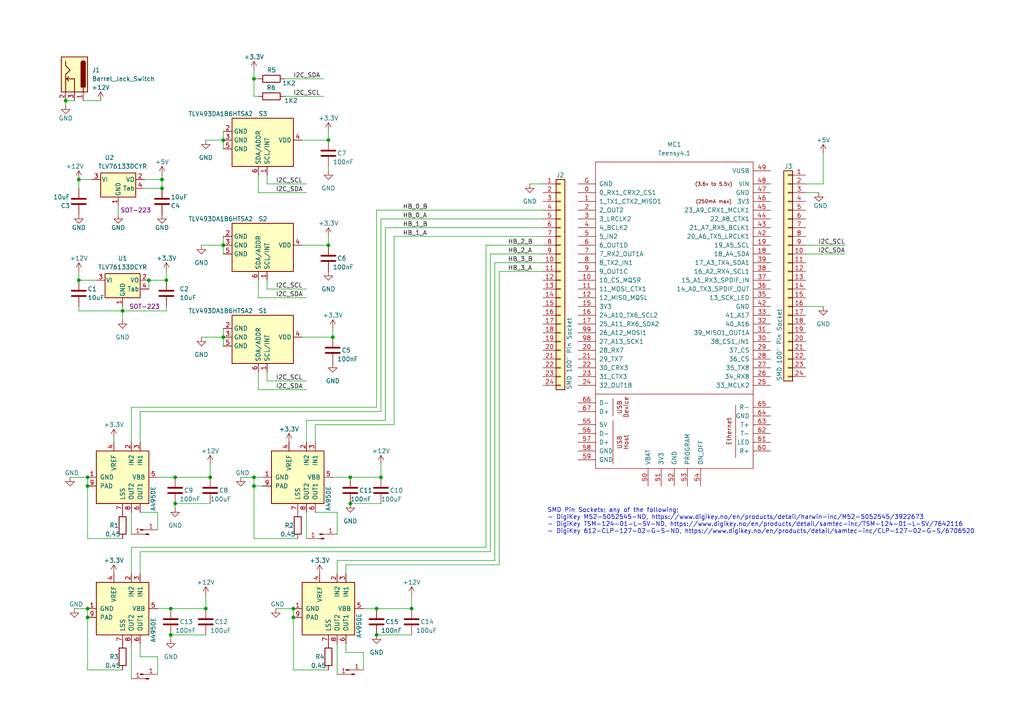
<source format=kicad_sch>
(kicad_sch (version 20230121) (generator eeschema)
  (paper "A4")
  (lib_symbols
    (symbol "Connector:Barrel_Jack_Switch" (pin_names hide)
      (property "Reference" "J" (at 0 5.334 0))
      (property "Value" "Barrel_Jack_Switch" (at 0 -5.08 0))
      (symbol "Barrel_Jack_Switch_0_1"
        (rectangle (start -5.08 3.81) (end 5.08 -3.81) (stroke (width 0.254)) (fill (type background)))
        (arc (start -3.302 3.175) (mid -3.9343 2.54) (end -3.302 1.905) (stroke (width 0.254)))
        (arc (start -3.302 3.175) (mid -3.9343 2.54) (end -3.302 1.905) (stroke (width 0.254)) (fill (type outline)))
        (polyline (pts (xy 1.27 -2.286) (xy 1.905 -1.651)) (stroke (width 0.254)))
        (polyline (pts (xy 5.08 2.54) (xy 3.81 2.54)) (stroke (width 0.254)))
        (polyline (pts (xy 5.08 0) (xy 1.27 0) (xy 1.27 -2.286) (xy 0.635 -1.651)) (stroke (width 0.254)))
        (polyline (pts (xy -3.81 -2.54) (xy -2.54 -2.54) (xy -1.27 -1.27) (xy 0 -2.54) (xy 2.54 -2.54) (xy 5.08 -2.54)) (stroke (width 0.254)))
        (rectangle (start 3.683 3.175) (end -3.302 1.905) (stroke (width 0.254)) (fill (type outline)))
      )
      (symbol "Barrel_Jack_Switch_1_1"
        (pin passive line (at 7.62 2.54 180) (length 2.54) (name "~") (number "1"))
        (pin passive line (at 7.62 -2.54 180) (length 2.54) (name "~") (number "2"))
        (pin passive line (at 7.62 0 180) (length 2.54) (name "~") (number "3"))
      )
    )
    (symbol "Connector:Conn_01x01_Pin" (pin_names (offset 1.016) hide)
      (property "Reference" "J" (at 0 2.54 0))
      (property "Value" "Conn_01x01_Pin" (at 0 -2.54 0))
      (symbol "Conn_01x01_Pin_1_1"
        (polyline (pts (xy 1.27 0) (xy 0.8636 0)) (stroke (width 0.1524)))
        (rectangle (start 0.8636 0.127) (end 0 -0.127) (stroke (width 0.1524)) (fill (type outline)))
        (pin passive line (at 5.08 0 180) (length 3.81) (name "Pin_1") (number "1"))
      )
    )
    (symbol "Connector_Generic:Conn_01x24" (pin_names (offset 1.016) hide)
      (property "Reference" "J" (at 0 30.48 0))
      (property "Value" "Conn_01x24" (at 0 -33.02 0))
      (symbol "Conn_01x24_1_1"
        (rectangle (start -1.27 -30.353) (end 0 -30.607) (stroke (width 0.1524)))
        (rectangle (start -1.27 -27.813) (end 0 -28.067) (stroke (width 0.1524)))
        (rectangle (start -1.27 -25.273) (end 0 -25.527) (stroke (width 0.1524)))
        (rectangle (start -1.27 -22.733) (end 0 -22.987) (stroke (width 0.1524)))
        (rectangle (start -1.27 -20.193) (end 0 -20.447) (stroke (width 0.1524)))
        (rectangle (start -1.27 -17.653) (end 0 -17.907) (stroke (width 0.1524)))
        (rectangle (start -1.27 -15.113) (end 0 -15.367) (stroke (width 0.1524)))
        (rectangle (start -1.27 -12.573) (end 0 -12.827) (stroke (width 0.1524)))
        (rectangle (start -1.27 -10.033) (end 0 -10.287) (stroke (width 0.1524)))
        (rectangle (start -1.27 -7.493) (end 0 -7.747) (stroke (width 0.1524)))
        (rectangle (start -1.27 -4.953) (end 0 -5.207) (stroke (width 0.1524)))
        (rectangle (start -1.27 -2.413) (end 0 -2.667) (stroke (width 0.1524)))
        (rectangle (start -1.27 0.127) (end 0 -0.127) (stroke (width 0.1524)))
        (rectangle (start -1.27 2.667) (end 0 2.413) (stroke (width 0.1524)))
        (rectangle (start -1.27 5.207) (end 0 4.953) (stroke (width 0.1524)))
        (rectangle (start -1.27 7.747) (end 0 7.493) (stroke (width 0.1524)))
        (rectangle (start -1.27 10.287) (end 0 10.033) (stroke (width 0.1524)))
        (rectangle (start -1.27 12.827) (end 0 12.573) (stroke (width 0.1524)))
        (rectangle (start -1.27 15.367) (end 0 15.113) (stroke (width 0.1524)))
        (rectangle (start -1.27 17.907) (end 0 17.653) (stroke (width 0.1524)))
        (rectangle (start -1.27 20.447) (end 0 20.193) (stroke (width 0.1524)))
        (rectangle (start -1.27 22.987) (end 0 22.733) (stroke (width 0.1524)))
        (rectangle (start -1.27 25.527) (end 0 25.273) (stroke (width 0.1524)))
        (rectangle (start -1.27 28.067) (end 0 27.813) (stroke (width 0.1524)))
        (rectangle (start -1.27 29.21) (end 1.27 -31.75) (stroke (width 0.254)) (fill (type background)))
        (pin passive line (at -5.08 27.94 0) (length 3.81) (name "Pin_1") (number "1"))
        (pin passive line (at -5.08 5.08 0) (length 3.81) (name "Pin_10") (number "10"))
        (pin passive line (at -5.08 2.54 0) (length 3.81) (name "Pin_11") (number "11"))
        (pin passive line (at -5.08 0 0) (length 3.81) (name "Pin_12") (number "12"))
        (pin passive line (at -5.08 -2.54 0) (length 3.81) (name "Pin_13") (number "13"))
        (pin passive line (at -5.08 -5.08 0) (length 3.81) (name "Pin_14") (number "14"))
        (pin passive line (at -5.08 -7.62 0) (length 3.81) (name "Pin_15") (number "15"))
        (pin passive line (at -5.08 -10.16 0) (length 3.81) (name "Pin_16") (number "16"))
        (pin passive line (at -5.08 -12.7 0) (length 3.81) (name "Pin_17") (number "17"))
        (pin passive line (at -5.08 -15.24 0) (length 3.81) (name "Pin_18") (number "18"))
        (pin passive line (at -5.08 -17.78 0) (length 3.81) (name "Pin_19") (number "19"))
        (pin passive line (at -5.08 25.4 0) (length 3.81) (name "Pin_2") (number "2"))
        (pin passive line (at -5.08 -20.32 0) (length 3.81) (name "Pin_20") (number "20"))
        (pin passive line (at -5.08 -22.86 0) (length 3.81) (name "Pin_21") (number "21"))
        (pin passive line (at -5.08 -25.4 0) (length 3.81) (name "Pin_22") (number "22"))
        (pin passive line (at -5.08 -27.94 0) (length 3.81) (name "Pin_23") (number "23"))
        (pin passive line (at -5.08 -30.48 0) (length 3.81) (name "Pin_24") (number "24"))
        (pin passive line (at -5.08 22.86 0) (length 3.81) (name "Pin_3") (number "3"))
        (pin passive line (at -5.08 20.32 0) (length 3.81) (name "Pin_4") (number "4"))
        (pin passive line (at -5.08 17.78 0) (length 3.81) (name "Pin_5") (number "5"))
        (pin passive line (at -5.08 15.24 0) (length 3.81) (name "Pin_6") (number "6"))
        (pin passive line (at -5.08 12.7 0) (length 3.81) (name "Pin_7") (number "7"))
        (pin passive line (at -5.08 10.16 0) (length 3.81) (name "Pin_8") (number "8"))
        (pin passive line (at -5.08 7.62 0) (length 3.81) (name "Pin_9") (number "9"))
      )
    )
    (symbol "Device:C" (pin_numbers hide) (pin_names (offset 0.254))
      (property "Reference" "C" (at 0.635 2.54 0))
      (property "Value" "C" (at 0.635 -2.54 0))
      (symbol "C_0_1"
        (polyline (pts (xy -2.032 -0.762) (xy 2.032 -0.762)) (stroke (width 0.508)))
        (polyline (pts (xy -2.032 0.762) (xy 2.032 0.762)) (stroke (width 0.508)))
      )
      (symbol "C_1_1"
        (pin passive line (at 0 3.81 270) (length 2.794) (name "~") (number "1"))
        (pin passive line (at 0 -3.81 90) (length 2.794) (name "~") (number "2"))
      )
    )
    (symbol "Device:R" (pin_numbers hide) (pin_names (offset 0))
      (property "Reference" "R" (at 2.032 0 90))
      (property "Value" "R" (at 0 0 90))
      (symbol "R_0_1"
        (rectangle (start -1.016 -2.54) (end 1.016 2.54) (stroke (width 0.254)))
      )
      (symbol "R_1_1"
        (pin passive line (at 0 3.81 270) (length 1.27) (name "~") (number "1"))
        (pin passive line (at 0 -3.81 90) (length 1.27) (name "~") (number "2"))
      )
    )
    (symbol "Driver_Motor:A4950E" (pin_names (offset 1.016))
      (property "Reference" "U" (at -7.62 8.89 0))
      (property "Value" "A4950E" (at 5.08 8.89 0))
      (symbol "A4950E_0_1"
        (rectangle (start -7.62 7.62) (end 7.62 -7.62) (stroke (width 0.254)) (fill (type background)))
      )
      (symbol "A4950E_1_1"
        (pin power_in line (at 0 -10.16 90) (length 2.54) (name "GND") (number "1"))
        (pin input line (at -10.16 2.54 0) (length 2.54) (name "IN2") (number "2"))
        (pin input line (at -10.16 5.08 0) (length 2.54) (name "IN1") (number "3"))
        (pin passive line (at -10.16 -2.54 0) (length 2.54) (name "VREF") (number "4"))
        (pin power_in line (at 0 10.16 270) (length 2.54) (name "VBB") (number "5"))
        (pin power_out line (at 10.16 5.08 180) (length 2.54) (name "OUT1") (number "6"))
        (pin power_in line (at 10.16 0 180) (length 2.54) (name "LSS") (number "7"))
        (pin power_out line (at 10.16 2.54 180) (length 2.54) (name "OUT2") (number "8"))
        (pin power_in line (at 2.54 -10.16 90) (length 2.54) (name "PAD") (number "9"))
      )
    )
    (symbol "Regulator_Linear1:LM1117-3.3" (pin_names (offset 0.254))
      (property "Reference" "U1" (at 0 6.35 0))
      (property "Value" "TLV76133DCYR" (at 0 3.81 0))
      (symbol "LM1117-3.3_0_1"
        (rectangle (start -5.08 1.905) (end 5.08 -5.08) (stroke (width 0.254)) (fill (type background)))
      )
      (symbol "LM1117-3.3_1_1"
        (pin power_in line (at 0 -7.62 90) (length 2.54) (name "GND") (number "1"))
        (pin power_out line (at 7.62 0 180) (length 2.54) (name "VO") (number "2"))
        (pin power_in line (at -7.62 0 0) (length 2.54) (name "VI") (number "3"))
        (pin power_out line (at 7.62 -2.54 180) (length 2.54) (name "Tab") (number "4"))
      )
    )
    (symbol "Sensor_Magnetic:TLV493D"
      (property "Reference" "U" (at -6.35 11.43 0))
      (property "Value" "TLV493D" (at 5.08 11.43 0))
      (symbol "TLV493D_0_1"
        (rectangle (start -7.62 10.16) (end 6.35 -7.62) (stroke (width 0.254)) (fill (type background)))
      )
      (symbol "TLV493D_1_1"
        (pin bidirectional line (at -10.16 2.54 0) (length 2.54) (name "SCL/INT") (number "1"))
        (pin power_in line (at 2.54 -10.16 90) (length 2.54) (name "GND") (number "2"))
        (pin power_in line (at 0 -10.16 90) (length 2.54) (name "GND") (number "3"))
        (pin power_in line (at 0 12.7 270) (length 2.54) (name "VDD") (number "4"))
        (pin power_in line (at -2.54 -10.16 90) (length 2.54) (name "GND") (number "5"))
        (pin bidirectional line (at -10.16 0 0) (length 2.54) (name "SDA/ADDR") (number "6"))
      )
    )
    (symbol "power:+12V" (power) (pin_names (offset 0))
      (property "Value" "+12V" (at 0 3.556 0))
      (symbol "+12V_0_1"
        (polyline (pts (xy -0.762 1.27) (xy 0 2.54)))
        (polyline (pts (xy 0 0) (xy 0 2.54)))
        (polyline (pts (xy 0 2.54) (xy 0.762 1.27)))
      )
      (symbol "+12V_1_1"
        (pin power_in line (at 0 0 90) (length 0) hide (name "+12V") (number "1"))
      )
    )
    (symbol "power:+3.3V" (power) (pin_names (offset 0))
      (property "Value" "+3.3V" (at 0 3.556 0))
      (symbol "+3.3V_0_1"
        (polyline (pts (xy -0.762 1.27) (xy 0 2.54)))
        (polyline (pts (xy 0 0) (xy 0 2.54)))
        (polyline (pts (xy 0 2.54) (xy 0.762 1.27)))
      )
      (symbol "+3.3V_1_1"
        (pin power_in line (at 0 0 90) (length 0) hide (name "+3.3V") (number "1"))
      )
    )
    (symbol "power:+5V" (power) (pin_names (offset 0))
      (property "Value" "+5V" (at 0 3.556 0))
      (symbol "+5V_0_1"
        (polyline (pts (xy -0.762 1.27) (xy 0 2.54)))
        (polyline (pts (xy 0 0) (xy 0 2.54)))
        (polyline (pts (xy 0 2.54) (xy 0.762 1.27)))
      )
      (symbol "+5V_1_1"
        (pin power_in line (at 0 0 90) (length 0) hide (name "+5V") (number "1"))
      )
    )
    (symbol "power:GND" (power) (pin_names (offset 0))
      (property "Value" "GND" (at 0 -3.81 0))
      (symbol "GND_0_1"
        (polyline (pts (xy 0 0) (xy 0 -1.27) (xy 1.27 -1.27) (xy 0 -2.54) (xy -1.27 -1.27) (xy 0 -1.27)))
      )
      (symbol "GND_1_1"
        (pin power_in line (at 0 0 270) (length 0) hide (name "GND") (number "1"))
      )
    )
    (symbol "teensy:Teensy4.1" (pin_names (offset 1.016))
      (property "Reference" "MC1" (at 0 66.04 0))
      (property "Value" "Teensy4.1" (at 0 63.5 0))
      (symbol "Teensy4.1_0_0"
        (polyline (pts (xy -22.86 -6.35) (xy 22.86 -6.35)))
        (polyline (pts (xy -17.78 -26.67) (xy -17.78 -13.97)))
        (polyline (pts (xy -17.78 -7.62) (xy -17.78 -12.7)))
        (polyline (pts (xy 17.78 -9.525) (xy 17.78 -24.765)))
        (text "(250mA max)" (at 11.43 49.53 0) (effects (font (size 1.016 1.016))))
        (text "(3.6v to 5.5v)" (at 11.43 54.61 0) (effects (font (size 1.016 1.016))))
        (text "Device" (at -13.97 -10.16 900) (effects (font (size 1.27 1.27))))
        (text "Ethernet" (at 15.875 -17.145 900) (effects (font (size 1.27 1.27))))
        (text "Host" (at -13.97 -20.32 900) (effects (font (size 1.27 1.27))))
        (text "USB" (at -15.875 -20.32 900) (effects (font (size 1.27 1.27))))
        (text "USB" (at -15.875 -10.16 900) (effects (font (size 1.27 1.27))))
        (pin power_in line (at -27.94 19.05 0) (length 5.08) (name "3V3") (number "15"))
        (pin bidirectional line (at -27.94 16.51 0) (length 5.08) (name "24_A10_TX6_SCL2") (number "16"))
        (pin bidirectional line (at -27.94 13.97 0) (length 5.08) (name "25_A11_RX6_SDA2") (number "17"))
        (pin bidirectional line (at -27.94 6.35 0) (length 5.08) (name "28_RX7") (number "20"))
        (pin bidirectional line (at -27.94 3.81 0) (length 5.08) (name "29_TX7") (number "21"))
        (pin bidirectional line (at -27.94 1.27 0) (length 5.08) (name "30_CRX3") (number "22"))
        (pin bidirectional line (at -27.94 -1.27 0) (length 5.08) (name "31_CTX3") (number "23"))
        (pin bidirectional line (at -27.94 -3.81 0) (length 5.08) (name "32_OUT1B") (number "24"))
        (pin bidirectional line (at 27.94 -3.81 180) (length 5.08) (name "33_MCLK2") (number "25"))
        (pin bidirectional line (at 27.94 -1.27 180) (length 5.08) (name "34_RX8") (number "26"))
        (pin bidirectional line (at 27.94 1.27 180) (length 5.08) (name "35_TX8") (number "27"))
        (pin bidirectional line (at 27.94 3.81 180) (length 5.08) (name "36_CS") (number "28"))
        (pin bidirectional line (at 27.94 6.35 180) (length 5.08) (name "37_CS") (number "29"))
        (pin bidirectional line (at 27.94 8.89 180) (length 5.08) (name "38_CS1_IN1") (number "30"))
        (pin bidirectional line (at 27.94 11.43 180) (length 5.08) (name "39_MISO1_OUT1A") (number "31"))
        (pin bidirectional line (at 27.94 13.97 180) (length 5.08) (name "40_A16") (number "32"))
        (pin bidirectional line (at 27.94 16.51 180) (length 5.08) (name "41_A17") (number "33"))
        (pin bidirectional line (at 27.94 21.59 180) (length 5.08) (name "13_SCK_LED") (number "35"))
        (pin bidirectional line (at 27.94 24.13 180) (length 5.08) (name "14_A0_TX3_SPDIF_OUT") (number "36"))
        (pin bidirectional line (at 27.94 26.67 180) (length 5.08) (name "15_A1_RX3_SPDIF_IN") (number "37"))
        (pin bidirectional line (at 27.94 29.21 180) (length 5.08) (name "16_A2_RX4_SCL1") (number "38"))
        (pin bidirectional line (at 27.94 31.75 180) (length 5.08) (name "17_A3_TX4_SDA1") (number "39"))
        (pin bidirectional line (at 27.94 39.37 180) (length 5.08) (name "20_A6_TX5_LRCLK1") (number "42"))
        (pin bidirectional line (at 27.94 41.91 180) (length 5.08) (name "21_A7_RX5_BCLK1") (number "43"))
        (pin bidirectional line (at 27.94 44.45 180) (length 5.08) (name "22_A8_CTX1") (number "44"))
        (pin bidirectional line (at 27.94 46.99 180) (length 5.08) (name "23_A9_CRX1_MCLK1") (number "45"))
        (pin output line (at 27.94 49.53 180) (length 5.08) (name "3V3") (number "46"))
        (pin output line (at 27.94 52.07 180) (length 5.08) (name "GND") (number "47"))
        (pin power_in line (at 27.94 54.61 180) (length 5.08) (name "VIN") (number "48"))
        (pin power_out line (at 27.94 58.42 180) (length 5.08) (name "VUSB") (number "49"))
        (pin power_in line (at -7.62 -33.02 90) (length 5.08) (name "VBAT") (number "50"))
        (pin power_in line (at -3.81 -33.02 90) (length 5.08) (name "3V3") (number "51"))
        (pin input line (at 0 -33.02 90) (length 5.08) (name "GND") (number "52"))
        (pin input line (at 3.81 -33.02 90) (length 5.08) (name "PROGRAM") (number "53"))
        (pin input line (at 7.62 -33.02 90) (length 5.08) (name "ON_OFF") (number "54"))
        (pin power_out line (at -27.94 -15.24 0) (length 5.08) (name "5V") (number "55"))
        (pin bidirectional line (at -27.94 -17.78 0) (length 5.08) (name "D-") (number "56"))
        (pin bidirectional line (at -27.94 -20.32 0) (length 5.08) (name "D+") (number "57"))
        (pin power_in line (at -27.94 -22.86 0) (length 5.08) (name "GND") (number "58"))
        (pin power_in line (at -27.94 -25.4 0) (length 5.08) (name "GND") (number "59"))
        (pin bidirectional line (at 27.94 -22.86 180) (length 5.08) (name "R+") (number "60"))
        (pin bidirectional line (at 27.94 -20.32 180) (length 5.08) (name "LED") (number "61"))
        (pin bidirectional line (at 27.94 -17.78 180) (length 5.08) (name "T-") (number "62"))
        (pin bidirectional line (at 27.94 -15.24 180) (length 5.08) (name "T+") (number "63"))
        (pin power_in line (at 27.94 -12.7 180) (length 5.08) (name "GND") (number "64"))
        (pin bidirectional line (at 27.94 -10.16 180) (length 5.08) (name "R-") (number "65"))
        (pin bidirectional line (at -27.94 -8.89 0) (length 5.08) (name "D-") (number "66"))
        (pin bidirectional line (at -27.94 -11.43 0) (length 5.08) (name "D+") (number "67"))
      )
      (symbol "Teensy4.1_0_1"
        (rectangle (start -22.86 60.96) (end 22.86 -27.94))
        (rectangle (start -20.32 -1.27) (end -20.32 -1.27))
      )
      (symbol "Teensy4.1_1_0"
        (pin bidirectional line (at -27.94 26.67 0) (length 5.08) (name "10_CS_MQSR") (number "10"))
        (pin bidirectional line (at -27.94 24.13 0) (length 5.08) (name "11_MOSI_CTX1") (number "11"))
        (pin bidirectional line (at -27.94 21.59 0) (length 5.08) (name "12_MISO_MQSL") (number "12"))
        (pin bidirectional line (at 27.94 34.29 180) (length 5.08) (name "18_A4_SDA") (number "18"))
        (pin bidirectional line (at 27.94 36.83 180) (length 5.08) (name "19_A5_SCL") (number "19"))
        (pin bidirectional line (at -27.94 44.45 0) (length 5.08) (name "3_LRCLK2") (number "3"))
        (pin bidirectional line (at -27.94 41.91 0) (length 5.08) (name "4_BCLK2") (number "4"))
        (pin bidirectional line (at -27.94 39.37 0) (length 5.08) (name "5_IN2") (number "5"))
        (pin bidirectional line (at -27.94 36.83 0) (length 5.08) (name "6_OUT1D") (number "6"))
        (pin bidirectional line (at -27.94 34.29 0) (length 5.08) (name "7_RX2_OUT1A") (number "7"))
        (pin bidirectional line (at -27.94 31.75 0) (length 5.08) (name "8_TX2_IN1") (number "8"))
        (pin bidirectional line (at -27.94 29.21 0) (length 5.08) (name "9_OUT1C") (number "9"))
        (pin bidirectional line (at -27.94 8.89 0) (length 5.08) (name "27_A13_SCK1") (number "98"))
        (pin bidirectional line (at -27.94 11.43 0) (length 5.08) (name "26_A12_MOSI1") (number "99"))
      )
      (symbol "Teensy4.1_1_1"
        (pin bidirectional line (at -27.94 52.07 0) (length 5.08) (name "0_RX1_CRX2_CS1") (number "0"))
        (pin bidirectional line (at -27.94 49.53 0) (length 5.08) (name "1_TX1_CTX2_MISO1") (number "1"))
        (pin bidirectional line (at -27.94 46.99 0) (length 5.08) (name "2_OUT2") (number "2"))
        (pin power_in line (at 27.94 19.05 180) (length 5.08) (name "GND") (number "42"))
        (pin power_in line (at -27.94 54.61 0) (length 5.08) (name "GND") (number "G"))
      )
    )
  )
  (junction (at 96.52 97.79))
  (junction (at 19.05 29.21))
  (junction (at 25.4 176.53))
  (junction (at 46.99 54.61))
  (junction (at 95.25 40.64))
  (junction (at 85.09 176.53))
  (junction (at 85.09 179.07))
  (junction (at 49.53 184.15))
  (junction (at 64.77 97.79))
  (junction (at 101.6 146.05))
  (junction (at 48.26 81.28))
  (junction (at 73.66 22.86))
  (junction (at 60.96 138.43))
  (junction (at 73.66 140.97))
  (junction (at 110.49 138.43))
  (junction (at 64.77 71.12))
  (junction (at 25.4 138.43))
  (junction (at 119.38 176.53))
  (junction (at 25.4 140.97))
  (junction (at 35.56 90.17))
  (junction (at 22.86 81.28))
  (junction (at 50.8 146.05))
  (junction (at 43.18 81.28))
  (junction (at 50.8 138.43))
  (junction (at 109.22 184.15))
  (junction (at 109.22 176.53))
  (junction (at 64.77 40.64))
  (junction (at 73.66 138.43))
  (junction (at 46.99 52.07))
  (junction (at 22.86 52.07))
  (junction (at 59.69 176.53))
  (junction (at 49.53 176.53))
  (junction (at 25.4 179.07))
  (junction (at 95.25 71.12))
  (junction (at 101.6 138.43))
  (wire (pts (xy 40.64 190.5) (xy 45.72 190.5)))
  (wire (pts (xy 100.33 186.69) (xy 100.33 189.23)))
  (wire (pts (xy 88.9 121.92) (xy 88.9 128.27)))
  (wire (pts (xy 95.25 48.26) (xy 95.25 49.53)))
  (wire (pts (xy 22.86 54.61) (xy 22.86 52.07)))
  (wire (pts (xy 22.86 90.17) (xy 35.56 90.17)))
  (wire (pts (xy 233.68 53.34) (xy 238.76 53.34)))
  (wire (pts (xy 238.76 88.9) (xy 233.68 88.9)))
  (wire (pts (xy 25.4 138.43) (xy 25.4 140.97)))
  (wire (pts (xy 33.02 127) (xy 33.02 128.27)))
  (wire (pts (xy 114.3 68.58) (xy 114.3 123.19)))
  (wire (pts (xy 77.47 53.34) (xy 88.9 53.34)))
  (wire (pts (xy 100.33 189.23) (xy 105.41 189.23)))
  (wire (pts (xy 143.51 76.2) (xy 143.51 162.56)))
  (wire (pts (xy 110.49 119.38) (xy 110.49 63.5)))
  (wire (pts (xy 97.79 162.56) (xy 97.79 166.37)))
  (wire (pts (xy 144.78 78.74) (xy 144.78 163.83)))
  (wire (pts (xy 45.72 190.5) (xy 45.72 195.58)))
  (wire (pts (xy 25.4 176.53) (xy 25.4 179.07)))
  (wire (pts (xy 58.42 97.79) (xy 64.77 97.79)))
  (wire (pts (xy 142.24 73.66) (xy 142.24 160.02)))
  (wire (pts (xy 34.29 59.69) (xy 34.29 62.23)))
  (wire (pts (xy 96.52 138.43) (xy 101.6 138.43)))
  (wire (pts (xy 69.85 138.43) (xy 73.66 138.43)))
  (wire (pts (xy 97.79 186.69) (xy 97.79 195.58)))
  (wire (pts (xy 80.01 176.53) (xy 85.09 176.53)))
  (wire (pts (xy 40.64 160.02) (xy 40.64 166.37)))
  (wire (pts (xy 20.32 138.43) (xy 25.4 138.43)))
  (wire (pts (xy 245.11 73.66) (xy 233.68 73.66)))
  (wire (pts (xy 45.72 138.43) (xy 50.8 138.43)))
  (wire (pts (xy 35.56 90.17) (xy 35.56 92.71)))
  (wire (pts (xy 46.99 50.8) (xy 46.99 52.07)))
  (wire (pts (xy 77.47 50.8) (xy 77.47 53.34)))
  (wire (pts (xy 157.48 73.66) (xy 142.24 73.66)))
  (wire (pts (xy 45.72 176.53) (xy 49.53 176.53)))
  (wire (pts (xy 43.18 81.28) (xy 48.26 81.28)))
  (wire (pts (xy 110.49 134.62) (xy 110.49 138.43)))
  (wire (pts (xy 140.97 71.12) (xy 140.97 158.75)))
  (wire (pts (xy 50.8 146.05) (xy 60.96 146.05)))
  (wire (pts (xy 21.59 176.53) (xy 25.4 176.53)))
  (wire (pts (xy 38.1 186.69) (xy 38.1 196.85)))
  (wire (pts (xy 105.41 189.23) (xy 105.41 194.31)))
  (wire (pts (xy 85.09 194.31) (xy 85.09 179.07)))
  (wire (pts (xy 73.66 138.43) (xy 73.66 140.97)))
  (wire (pts (xy 77.47 83.82) (xy 88.9 83.82)))
  (wire (pts (xy 87.63 40.64) (xy 95.25 40.64)))
  (wire (pts (xy 109.22 118.11) (xy 38.1 118.11)))
  (wire (pts (xy 109.22 176.53) (xy 119.38 176.53)))
  (wire (pts (xy 95.25 38.1) (xy 95.25 40.64)))
  (wire (pts (xy 157.48 71.12) (xy 140.97 71.12)))
  (wire (pts (xy 59.69 176.53) (xy 59.69 172.72)))
  (wire (pts (xy 25.4 194.31) (xy 25.4 179.07)))
  (wire (pts (xy 74.93 81.28) (xy 74.93 86.36)))
  (wire (pts (xy 45.72 148.59) (xy 45.72 153.67)))
  (wire (pts (xy 48.26 78.74) (xy 48.26 81.28)))
  (wire (pts (xy 64.77 71.12) (xy 64.77 73.66)))
  (wire (pts (xy 74.93 86.36) (xy 88.9 86.36)))
  (wire (pts (xy 41.91 52.07) (xy 46.99 52.07)))
  (wire (pts (xy 110.49 63.5) (xy 157.48 63.5)))
  (wire (pts (xy 109.22 60.96) (xy 109.22 118.11)))
  (wire (pts (xy 73.66 156.21) (xy 73.66 140.97)))
  (wire (pts (xy 19.05 29.21) (xy 19.05 30.48)))
  (wire (pts (xy 157.48 60.96) (xy 109.22 60.96)))
  (wire (pts (xy 157.48 78.74) (xy 144.78 78.74)))
  (wire (pts (xy 64.77 38.1) (xy 64.77 40.64)))
  (wire (pts (xy 97.79 148.59) (xy 97.79 154.94)))
  (wire (pts (xy 88.9 148.59) (xy 88.9 156.21)))
  (wire (pts (xy 58.42 71.12) (xy 64.77 71.12)))
  (wire (pts (xy 77.47 110.49) (xy 88.9 110.49)))
  (wire (pts (xy 144.78 163.83) (xy 100.33 163.83)))
  (wire (pts (xy 119.38 176.53) (xy 119.38 172.72)))
  (wire (pts (xy 40.64 148.59) (xy 45.72 148.59)))
  (wire (pts (xy 157.48 66.04) (xy 111.76 66.04)))
  (wire (pts (xy 237.49 55.88) (xy 233.68 55.88)))
  (wire (pts (xy 64.77 95.25) (xy 64.77 97.79)))
  (wire (pts (xy 86.36 156.21) (xy 73.66 156.21)))
  (wire (pts (xy 35.56 194.31) (xy 25.4 194.31)))
  (wire (pts (xy 157.48 68.58) (xy 114.3 68.58)))
  (wire (pts (xy 96.52 95.25) (xy 96.52 97.79)))
  (wire (pts (xy 40.64 160.02) (xy 142.24 160.02)))
  (wire (pts (xy 74.93 107.95) (xy 74.93 113.03)))
  (wire (pts (xy 48.26 88.9) (xy 48.26 90.17)))
  (wire (pts (xy 73.66 22.86) (xy 73.66 27.94)))
  (wire (pts (xy 77.47 107.95) (xy 77.47 110.49)))
  (wire (pts (xy 64.77 97.79) (xy 64.77 100.33)))
  (wire (pts (xy 22.86 90.17) (xy 22.86 88.9)))
  (wire (pts (xy 19.05 29.21) (xy 21.59 29.21)))
  (wire (pts (xy 40.64 186.69) (xy 40.64 190.5)))
  (wire (pts (xy 29.21 29.21) (xy 24.13 29.21)))
  (wire (pts (xy 74.93 113.03) (xy 88.9 113.03)))
  (wire (pts (xy 82.55 27.94) (xy 93.98 27.94)))
  (wire (pts (xy 60.96 138.43) (xy 60.96 134.62)))
  (wire (pts (xy 38.1 158.75) (xy 38.1 166.37)))
  (wire (pts (xy 73.66 27.94) (xy 74.93 27.94)))
  (wire (pts (xy 73.66 20.32) (xy 73.66 22.86)))
  (wire (pts (xy 38.1 158.75) (xy 140.97 158.75)))
  (wire (pts (xy 87.63 97.79) (xy 96.52 97.79)))
  (wire (pts (xy 111.76 66.04) (xy 111.76 121.92)))
  (wire (pts (xy 101.6 138.43) (xy 110.49 138.43)))
  (wire (pts (xy 87.63 71.12) (xy 95.25 71.12)))
  (wire (pts (xy 40.64 119.38) (xy 110.49 119.38)))
  (wire (pts (xy 101.6 146.05) (xy 110.49 146.05)))
  (wire (pts (xy 22.86 81.28) (xy 27.94 81.28)))
  (wire (pts (xy 50.8 138.43) (xy 60.96 138.43)))
  (wire (pts (xy 76.2 138.43) (xy 73.66 138.43)))
  (wire (pts (xy 91.44 148.59) (xy 97.79 148.59)))
  (wire (pts (xy 153.67 53.34) (xy 157.48 53.34)))
  (wire (pts (xy 50.8 147.32) (xy 50.8 146.05)))
  (wire (pts (xy 43.18 81.28) (xy 43.18 83.82)))
  (wire (pts (xy 143.51 162.56) (xy 97.79 162.56)))
  (wire (pts (xy 91.44 123.19) (xy 91.44 128.27)))
  (wire (pts (xy 100.33 163.83) (xy 100.33 166.37)))
  (wire (pts (xy 41.91 54.61) (xy 46.99 54.61)))
  (wire (pts (xy 74.93 50.8) (xy 74.93 55.88)))
  (wire (pts (xy 35.56 90.17) (xy 48.26 90.17)))
  (wire (pts (xy 49.53 176.53) (xy 59.69 176.53)))
  (wire (pts (xy 26.67 52.07) (xy 22.86 52.07)))
  (wire (pts (xy 73.66 22.86) (xy 74.93 22.86)))
  (wire (pts (xy 238.76 53.34) (xy 238.76 44.45)))
  (wire (pts (xy 114.3 123.19) (xy 91.44 123.19)))
  (wire (pts (xy 49.53 184.15) (xy 59.69 184.15)))
  (wire (pts (xy 73.66 140.97) (xy 76.2 140.97)))
  (wire (pts (xy 22.86 78.74) (xy 22.86 81.28)))
  (wire (pts (xy 85.09 176.53) (xy 85.09 179.07)))
  (wire (pts (xy 77.47 81.28) (xy 77.47 83.82)))
  (wire (pts (xy 82.55 22.86) (xy 93.98 22.86)))
  (wire (pts (xy 35.56 90.17) (xy 35.56 88.9)))
  (wire (pts (xy 109.22 184.15) (xy 119.38 184.15)))
  (wire (pts (xy 105.41 176.53) (xy 109.22 176.53)))
  (wire (pts (xy 46.99 52.07) (xy 46.99 54.61)))
  (wire (pts (xy 38.1 148.59) (xy 38.1 154.94)))
  (wire (pts (xy 111.76 121.92) (xy 88.9 121.92)))
  (wire (pts (xy 25.4 156.21) (xy 25.4 140.97)))
  (wire (pts (xy 64.77 40.64) (xy 64.77 43.18)))
  (wire (pts (xy 64.77 68.58) (xy 64.77 71.12)))
  (wire (pts (xy 95.25 68.58) (xy 95.25 71.12)))
  (wire (pts (xy 49.53 185.42) (xy 49.53 184.15)))
  (wire (pts (xy 35.56 156.21) (xy 25.4 156.21)))
  (wire (pts (xy 40.64 128.27) (xy 40.64 119.38)))
  (wire (pts (xy 38.1 118.11) (xy 38.1 128.27)))
  (wire (pts (xy 157.48 76.2) (xy 143.51 76.2)))
  (wire (pts (xy 59.69 40.64) (xy 64.77 40.64)))
  (wire (pts (xy 95.25 194.31) (xy 85.09 194.31)))
  (wire (pts (xy 74.93 55.88) (xy 88.9 55.88)))
  (wire (pts (xy 245.11 71.12) (xy 233.68 71.12)))
  (text "SMD Pin Sockets; any of the following;\n- DigiKey M52-5052545-ND, https://www.digikey.no/en/products/detail/harwin-inc/M52-5052545/3922673\n- DigiKey TSM-124-01-L-SV-ND, https://www.digikey.no/en/products/detail/samtec-inc/TSM-124-01-L-SV/7642116\n- DigiKey 612-CLP-127-02-G-S-ND, https://www.digikey.no/en/products/detail/samtec-inc/CLP-127-02-G-S/6706520" (at 158.75 154.94 0) (effects (font (size 1.27 1.27)) (justify left bottom)))
  (label "I2C_SDA" (at 80.01 55.88 0))
  (label "I2C_SDA" (at 80.01 86.36 0))
  (label "HB_1_A" (at 116.84 68.58 0))
  (label "I2C_SCL" (at 80.01 53.34 0))
  (label "I2C_SCL" (at 245.11 71.12 180))
  (label "I2C_SCL" (at 85.09 27.94 0))
  (label "HB_3_A" (at 147.32 78.74 0))
  (label "HB_2_A" (at 147.32 73.66 0))
  (label "I2C_SCL" (at 80.01 83.82 0))
  (label "HB_0_B" (at 116.84 60.96 0))
  (label "I2C_SCL" (at 80.01 110.49 0))
  (label "I2C_SDA" (at 245.11 73.66 180))
  (label "HB_1_B" (at 116.84 66.04 0))
  (label "I2C_SDA" (at 85.09 22.86 0))
  (label "HB_3_B" (at 147.32 76.2 0))
  (label "HB_0_A" (at 116.84 63.5 0))
  (label "HB_2_B" (at 147.32 71.12 0))
  (label "I2C_SDA" (at 80.01 113.03 0))
  (symbol (lib_id "Device:C") (at 110.49 142.24 0) (unit 1)
    (property "Reference" "C10" (at 113.03 142.24 0) (effects (justify left)))
    (property "Value" "100uF" (at 110.49 144.78 0) (effects (justify left)))
    (property "Footprint" "Capacitor_SMD:CP_Elec_6.3x7.7" (effects hide))
  )
  (symbol (lib_id "Connector_Generic:Conn_01x24") (at 228.6 78.74 0) (mirror y) (unit 1)
    (property "Reference" "J3" (at 229.87 48.26 0) (effects (justify left)))
    (property "Value" "SMD 100\" Pin Socket" (at 226.06 110.49 90) (effects (justify left)))
    (property "Footprint" "Connector_PinSocket_2.54mm:PinSocket_1x24_P2.54mm_Vertical_SMD_Pin1Left" (effects hide))
  )
  (symbol (lib_id "Device:C") (at 50.8 142.24 0) (unit 1)
    (property "Reference" "C9" (at 53.34 142.24 0) (effects (justify left)))
    (property "Value" "100nF" (at 52.07 144.78 0) (effects (justify left)))
    (property "Footprint" "Capacitor_SMD:C_0603_1608Metric" (effects hide))
  )
  (symbol (lib_id "power:+12V") (at 119.38 172.72 0) (unit 1)
    (property "Reference" "#PWR011" (effects hide))
    (property "Value" "+12V" (at 119.38 168.91 0))
  )
  (symbol (lib_id "Device:R") (at 78.74 27.94 270) (unit 1)
    (property "Reference" "R6" (at 80.01 25.4 90) (effects (justify right)))
    (property "Value" "1K2" (at 86.36 29.21 90) (effects (justify right)))
    (property "Footprint" "Resistor_SMD:R_0805_2012Metric" (effects hide))
  )
  (symbol (lib_id "power:GND") (at 95.25 78.74 0) (mirror y) (unit 1)
    (property "Reference" "#PWR020" (effects hide))
    (property "Value" "GND" (at 95.25 83.82 0))
  )
  (symbol (lib_id "Connector:Conn_01x01_Pin") (at 43.18 154.94 180) (unit 1)
    (property "Reference" "1_2" (effects hide))
    (property "Value" "solenoid" (effects hide))
    (property "Footprint" "TestPoint:TestPoint_Pad_1.5x1.5mm" (effects hide))
  )
  (symbol (lib_id "power:GND") (at 80.01 176.53 0) (unit 1)
    (property "Reference" "#PWR026" (effects hide))
    (property "Value" "GND" (at 82.55 175.26 0) (effects (justify right)))
  )
  (symbol (lib_id "power:+3.3V") (at 95.25 68.58 0) (unit 1)
    (property "Reference" "#PWR038" (effects hide))
    (property "Value" "+3.3V" (at 95.25 64.77 0))
  )
  (symbol (lib_id "power:GND") (at 50.8 147.32 0) (unit 1)
    (property "Reference" "#PWR07" (effects hide))
    (property "Value" "GND" (at 50.8 152.4 0))
  )
  (symbol (lib_id "power:+3.3V") (at 73.66 20.32 0) (unit 1)
    (property "Reference" "#PWR017" (effects hide))
    (property "Value" "+3.3V" (at 73.66 16.51 0))
  )
  (symbol (lib_id "power:GND") (at 109.22 184.15 0) (unit 1)
    (property "Reference" "#PWR012" (effects hide))
    (property "Value" "GND" (at 109.22 189.23 0))
  )
  (symbol (lib_id "Regulator_Linear1:LM1117-3.3") (at 35.56 81.28 0) (unit 1)
    (property "Reference" "U1" (at 35.56 74.93 0))
    (property "Value" "TLV76133DCYR" (at 35.56 77.47 0))
    (property "Footprint" "Package_TO_SOT_SMD:SOT-223" (effects hide))
    (property "Datasheet" "https://www.ti.com/lit/ds/symlink/tlv761.pdf?ts=1700471517827&ref_url=https%253A%252F%252Fwww.ti.com%252Fproduct%252FTLV761" (effects hide))
    (property "Footprint_Desc" "SOT-223" (at 41.91 88.9 0))
  )
  (symbol (lib_id "Device:C") (at 101.6 142.24 0) (unit 1)
    (property "Reference" "C11" (at 104.14 142.24 0) (effects (justify left)))
    (property "Value" "100nF" (at 101.6 144.78 0) (effects (justify left)))
    (property "Footprint" "Capacitor_SMD:C_0603_1608Metric" (effects hide))
  )
  (symbol (lib_id "Connector_Generic:Conn_01x24") (at 162.56 81.28 0) (unit 1)
    (property "Reference" "J2" (at 161.29 50.8 0) (effects (justify left)))
    (property "Value" "SMD 100\" Pin Socket" (at 165.1 113.03 90) (effects (justify left)))
    (property "Footprint" "Connector_PinSocket_2.54mm:PinSocket_1x24_P2.54mm_Vertical_SMD_Pin1Left" (effects hide))
  )
  (symbol (lib_id "Connector:Conn_01x01_Pin") (at 102.87 195.58 180) (unit 1)
    (property "Reference" "4_2" (effects hide))
    (property "Value" "solenoid" (effects hide))
    (property "Footprint" "TestPoint:TestPoint_Pad_1.5x1.5mm" (effects hide))
  )
  (symbol (lib_id "Connector:Conn_01x01_Pin") (at 92.71 154.94 0) (unit 1)
    (property "Reference" "2_1" (effects hide))
    (property "Value" "solenoid" (effects hide))
    (property "Footprint" "TestPoint:TestPoint_Pad_1.5x1.5mm" (effects hide))
  )
  (symbol (lib_id "power:+5V") (at 238.76 44.45 0) (unit 1)
    (property "Reference" "#PWR034" (effects hide))
    (property "Value" "+5V" (at 238.76 40.64 0))
  )
  (symbol (lib_id "Device:C") (at 22.86 85.09 0) (unit 1)
    (property "Reference" "C1" (at 25.4 83.82 0) (effects (justify left)))
    (property "Value" "10uF" (at 25.4 86.36 0) (effects (justify left)))
    (property "Footprint" "Capacitor_SMD:C_0805_2012Metric" (effects hide))
  )
  (symbol (lib_id "power:GND") (at 153.67 53.34 0) (unit 1)
    (property "Reference" "#PWR027" (effects hide))
    (property "Value" "GND" (at 153.67 58.42 0))
  )
  (symbol (lib_id "Driver_Motor:A4950E") (at 86.36 138.43 270) (unit 1)
    (property "Reference" "M2" (effects hide))
    (property "Value" "A4950E" (at 95.25 140.97 0) (effects (justify left)))
    (property "Footprint" "Package_SO:SOIC-8-1EP_3.9x4.9mm_P1.27mm_EP2.41x3.3mm" (effects hide))
    (property "Datasheet" "http://www.allegromicro.com/~/media/Files/Datasheets/A4950-Datasheet.ashx" (effects hide))
  )
  (symbol (lib_id "power:GND") (at 34.29 62.23 0) (unit 1)
    (property "Reference" "#PWR035" (effects hide))
    (property "Value" "GND" (at 34.29 66.04 0))
  )
  (symbol (lib_id "Device:R") (at 86.36 152.4 0) (unit 1)
    (property "Reference" "R2" (at 82.55 152.4 0) (effects (justify left)))
    (property "Value" "0.45" (at 81.28 154.94 0) (effects (justify left)))
    (property "Footprint" "Resistor_SMD:R_1206_3216Metric_Pad1.30x1.75mm_HandSolder" (effects hide))
  )
  (symbol (lib_id "Device:C") (at 48.26 85.09 0) (unit 1)
    (property "Reference" "C2" (at 52.07 83.82 0) (effects (justify left)))
    (property "Value" "10uF" (at 52.07 86.36 0) (effects (justify left)))
    (property "Footprint" "Capacitor_SMD:C_0805_2012Metric" (effects hide))
  )
  (symbol (lib_id "Device:C") (at 46.99 58.42 0) (mirror x) (unit 1)
    (property "Reference" "C4" (at 49.53 59.69 0) (effects (justify left)))
    (property "Value" "10uF" (at 49.53 57.15 0) (effects (justify left)))
    (property "Footprint" "Capacitor_SMD:C_0805_2012Metric" (effects hide))
  )
  (symbol (lib_id "power:+5V") (at 46.99 50.8 0) (unit 1)
    (property "Reference" "#PWR033" (effects hide))
    (property "Value" "+5V" (at 46.99 46.99 0))
  )
  (symbol (lib_id "power:+12V") (at 22.86 78.74 0) (unit 1)
    (property "Reference" "#PWR01" (effects hide))
    (property "Value" "+12V" (at 22.86 74.93 0))
  )
  (symbol (lib_id "power:+12V") (at 22.86 52.07 0) (unit 1)
    (property "Reference" "#PWR022" (effects hide))
    (property "Value" "+12V" (at 19.05 48.26 0) (effects (justify left)))
  )
  (symbol (lib_id "power:+3.3V") (at 95.25 38.1 0) (unit 1)
    (property "Reference" "#PWR039" (effects hide))
    (property "Value" "+3.3V" (at 95.25 34.29 0))
  )
  (symbol (lib_id "Device:C") (at 96.52 101.6 0) (mirror x) (unit 1)
    (property "Reference" "C5" (at 99.06 101.6 0) (effects (justify left)))
    (property "Value" "100nF" (at 97.79 104.14 0) (effects (justify left)))
    (property "Footprint" "Capacitor_SMD:C_0603_1608Metric" (effects hide))
  )
  (symbol (lib_id "Device:C") (at 49.53 180.34 0) (unit 1)
    (property "Reference" "C13" (at 52.07 180.34 0) (effects (justify left)))
    (property "Value" "100nF" (at 50.8 182.88 0) (effects (justify left)))
    (property "Footprint" "Capacitor_SMD:C_0603_1608Metric" (effects hide))
  )
  (symbol (lib_id "Device:R") (at 78.74 22.86 90) (unit 1)
    (property "Reference" "R5" (at 78.74 20.32 90))
    (property "Value" "1K2" (at 83.82 24.13 90))
    (property "Footprint" "Resistor_SMD:R_0805_2012Metric" (effects hide))
  )
  (symbol (lib_id "power:+12V") (at 29.21 29.21 0) (mirror y) (unit 1)
    (property "Reference" "#PWR018" (effects hide))
    (property "Value" "+12V" (at 29.21 25.4 0))
  )
  (symbol (lib_id "power:+12V") (at 59.69 172.72 0) (unit 1)
    (property "Reference" "#PWR05" (effects hide))
    (property "Value" "+12V" (at 59.69 168.91 0))
  )
  (symbol (lib_id "power:GND") (at 101.6 146.05 0) (unit 1)
    (property "Reference" "#PWR09" (effects hide))
    (property "Value" "GND" (at 101.6 151.13 0))
  )
  (symbol (lib_id "Device:R") (at 35.56 190.5 0) (unit 1)
    (property "Reference" "R3" (at 31.75 190.5 0) (effects (justify left)))
    (property "Value" "0.45" (at 30.48 193.04 0) (effects (justify left)))
    (property "Footprint" "Resistor_SMD:R_1206_3216Metric_Pad1.30x1.75mm_HandSolder" (effects hide))
  )
  (symbol (lib_id "Sensor_Magnetic:TLV493D") (at 74.93 40.64 270) (mirror x) (unit 1)
    (property "Reference" "S3" (at 74.93 33.02 90) (effects (justify left)))
    (property "Value" "TLV493DA1B6HTSA2" (at 54.61 33.02 90) (effects (justify left)))
    (property "Footprint" "Package_TO_SOT_SMD:SOT-23-6" (effects hide))
    (property "Datasheet" "http://www.infineon.com/dgdl/Infineon-TLV493D-A1B6-DS-v01_00-EN.pdf?fileId=5546d462525dbac40152a6b85c760e80" (effects hide))
  )
  (symbol (lib_id "Driver_Motor:A4950E") (at 35.56 176.53 270) (unit 1)
    (property "Reference" "M3" (effects hide))
    (property "Value" "A4950E" (at 44.45 179.07 0) (effects (justify left)))
    (property "Footprint" "Package_SO:SOIC-8-1EP_3.9x4.9mm_P1.27mm_EP2.41x3.3mm" (effects hide))
    (property "Datasheet" "http://www.allegromicro.com/~/media/Files/Datasheets/A4950-Datasheet.ashx" (effects hide))
  )
  (symbol (lib_id "power:+12V") (at 60.96 134.62 0) (unit 1)
    (property "Reference" "#PWR04" (effects hide))
    (property "Value" "+12V" (at 60.96 130.81 0))
  )
  (symbol (lib_id "power:GND") (at 46.99 62.23 0) (unit 1)
    (property "Reference" "#PWR036" (effects hide))
    (property "Value" "GND" (at 46.99 66.04 0))
  )
  (symbol (lib_id "Device:C") (at 95.25 74.93 0) (mirror x) (unit 1)
    (property "Reference" "C6" (at 97.79 74.93 0) (effects (justify left)))
    (property "Value" "100nF" (at 96.52 77.47 0) (effects (justify left)))
    (property "Footprint" "Capacitor_SMD:C_0603_1608Metric" (effects hide))
  )
  (symbol (lib_id "Driver_Motor:A4950E") (at 95.25 176.53 270) (unit 1)
    (property "Reference" "M4" (effects hide))
    (property "Value" "A4950E" (at 104.14 177.8 0) (effects (justify left)))
    (property "Footprint" "Package_SO:SOIC-8-1EP_3.9x4.9mm_P1.27mm_EP2.41x3.3mm" (effects hide))
    (property "Datasheet" "http://www.allegromicro.com/~/media/Files/Datasheets/A4950-Datasheet.ashx" (effects hide))
  )
  (symbol (lib_id "Device:C") (at 109.22 180.34 0) (unit 1)
    (property "Reference" "C15" (at 111.76 180.34 0) (effects (justify left)))
    (property "Value" "100nF" (at 110.49 182.88 0) (effects (justify left)))
    (property "Footprint" "Capacitor_SMD:C_0603_1608Metric" (effects hide))
  )
  (symbol (lib_id "power:+12V") (at 110.49 134.62 0) (unit 1)
    (property "Reference" "#PWR08" (effects hide))
    (property "Value" "+12V" (at 110.49 130.81 0))
  )
  (symbol (lib_id "Connector:Conn_01x01_Pin") (at 40.64 153.67 0) (unit 1)
    (property "Reference" "1_1" (effects hide))
    (property "Value" "solenoid" (effects hide))
    (property "Footprint" "TestPoint:TestPoint_Pad_1.5x1.5mm" (effects hide))
  )
  (symbol (lib_id "power:GND") (at 19.05 30.48 0) (unit 1)
    (property "Reference" "#PWR032" (effects hide))
    (property "Value" "GND" (at 19.05 34.29 0))
  )
  (symbol (lib_id "power:+3.3V") (at 92.71 166.37 0) (unit 1)
    (property "Reference" "#PWR014" (effects hide))
    (property "Value" "+3.3V" (at 92.71 162.56 0))
  )
  (symbol (lib_id "Connector:Barrel_Jack_Switch") (at 21.59 21.59 270) (unit 1)
    (property "Reference" "J1" (at 26.67 20.32 90) (effects (justify left)))
    (property "Value" "Barrel_Jack_Switch" (at 26.67 22.86 90) (effects (justify left)))
    (property "Footprint" "barrel jack:CUI_PJ-036AH-SMT-TR" (effects hide))
  )
  (symbol (lib_id "power:GND") (at 58.42 97.79 0) (unit 1)
    (property "Reference" "#PWR030" (effects hide))
    (property "Value" "GND" (at 58.42 102.87 0))
  )
  (symbol (lib_id "Sensor_Magnetic:TLV493D") (at 74.93 97.79 270) (mirror x) (unit 1)
    (property "Reference" "S1" (at 74.93 90.17 90) (effects (justify left)))
    (property "Value" "TLV493DA1B6HTSA2" (at 54.61 90.17 90) (effects (justify left)))
    (property "Footprint" "Package_TO_SOT_SMD:SOT-23-6" (effects hide))
    (property "Datasheet" "http://www.infineon.com/dgdl/Infineon-TLV493D-A1B6-DS-v01_00-EN.pdf?fileId=5546d462525dbac40152a6b85c760e80" (effects hide))
  )
  (symbol (lib_id "Device:C") (at 60.96 142.24 0) (unit 1)
    (property "Reference" "C8" (at 63.5 142.24 0) (effects (justify left)))
    (property "Value" "100uF" (at 60.96 144.78 0) (effects (justify left)))
    (property "Footprint" "Capacitor_SMD:CP_Elec_6.3x7.7" (effects hide))
  )
  (symbol (lib_id "power:+3.3V") (at 48.26 78.74 0) (unit 1)
    (property "Reference" "#PWR037" (effects hide))
    (property "Value" "+3.3V" (at 48.26 74.93 0))
  )
  (symbol (lib_id "Connector:Conn_01x01_Pin") (at 100.33 194.31 0) (unit 1)
    (property "Reference" "4_1" (effects hide))
    (property "Value" "solenoid" (effects hide))
    (property "Footprint" "TestPoint:TestPoint_Pad_1.5x1.5mm" (effects hide))
  )
  (symbol (lib_id "power:GND") (at 95.25 49.53 0) (mirror y) (unit 1)
    (property "Reference" "#PWR019" (effects hide))
    (property "Value" "GND" (at 95.25 54.61 0))
  )
  (symbol (lib_id "power:GND") (at 58.42 71.12 0) (unit 1)
    (property "Reference" "#PWR029" (effects hide))
    (property "Value" "GND" (at 58.42 76.2 0))
  )
  (symbol (lib_id "power:GND") (at 49.53 185.42 0) (unit 1)
    (property "Reference" "#PWR010" (effects hide))
    (property "Value" "GND" (at 49.53 190.5 0))
  )
  (symbol (lib_id "power:GND") (at 22.86 62.23 0) (unit 1)
    (property "Reference" "#PWR023" (effects hide))
    (property "Value" "GND" (at 22.86 66.04 0))
  )
  (symbol (lib_id "power:+3.3V") (at 33.02 127 0) (unit 1)
    (property "Reference" "#PWR015" (effects hide))
    (property "Value" "+3.3V" (at 33.02 123.19 0))
  )
  (symbol (lib_id "power:+3.3V") (at 33.02 166.37 0) (unit 1)
    (property "Reference" "#PWR013" (effects hide))
    (property "Value" "+3.3V" (at 33.02 162.56 0))
  )
  (symbol (lib_id "Driver_Motor:A4950E") (at 35.56 138.43 270) (unit 1)
    (property "Reference" "M1" (effects hide))
    (property "Value" "A4950E" (at 44.45 140.97 0) (effects (justify left)))
    (property "Footprint" "Package_SO:SOIC-8-1EP_3.9x4.9mm_P1.27mm_EP2.41x3.3mm" (effects hide))
    (property "Datasheet" "http://www.allegromicro.com/~/media/Files/Datasheets/A4950-Datasheet.ashx" (effects hide))
  )
  (symbol (lib_id "power:GND") (at 35.56 92.71 0) (unit 1)
    (property "Reference" "#PWR02" (effects hide))
    (property "Value" "GND" (at 35.56 97.79 0))
  )
  (symbol (lib_id "Connector:Conn_01x01_Pin") (at 93.98 156.21 180) (unit 1)
    (property "Reference" "2_2" (effects hide))
    (property "Value" "solenoid" (effects hide))
    (property "Footprint" "TestPoint:TestPoint_Pad_1.5x1.5mm" (effects hide))
  )
  (symbol (lib_id "Connector:Conn_01x01_Pin") (at 43.18 196.85 180) (unit 1)
    (property "Reference" "3_2" (effects hide))
    (property "Value" "solenoid" (effects hide))
    (property "Footprint" "TestPoint:TestPoint_Pad_1.5x1.5mm" (effects hide))
  )
  (symbol (lib_id "teensy:Teensy4.1") (at 195.58 107.95 0) (unit 1) (on_board no)
    (property "Reference" "MC1" (at 195.58 41.91 0))
    (property "Value" "Teensy4.1" (at 195.58 44.45 0))
    (property "Footprint" "Teensy 4.1:teensy 4.1" (effects hide))
  )
  (symbol (lib_id "Device:C") (at 119.38 180.34 0) (unit 1)
    (property "Reference" "C14" (at 121.92 180.34 0) (effects (justify left)))
    (property "Value" "100uF" (at 120.65 182.88 0) (effects (justify left)))
    (property "Footprint" "Capacitor_SMD:CP_Elec_6.3x7.7" (effects hide))
  )
  (symbol (lib_id "Device:C") (at 22.86 58.42 180) (unit 1)
    (property "Reference" "C3" (at 20.32 59.69 0) (effects (justify left)))
    (property "Value" "10uF" (at 20.32 57.15 0) (effects (justify left)))
    (property "Footprint" "Capacitor_SMD:C_0805_2012Metric" (effects hide))
  )
  (symbol (lib_id "power:GND") (at 96.52 105.41 0) (mirror y) (unit 1)
    (property "Reference" "#PWR021" (effects hide))
    (property "Value" "GND" (at 96.52 110.49 0))
  )
  (symbol (lib_id "power:GND") (at 237.49 55.88 0) (unit 1)
    (property "Reference" "#PWR028" (effects hide))
    (property "Value" "GND" (at 240.03 59.69 0) (effects (justify right)))
  )
  (symbol (lib_id "Connector:Conn_01x01_Pin") (at 40.64 195.58 0) (unit 1)
    (property "Reference" "3_1" (effects hide))
    (property "Value" "solenoid" (effects hide))
    (property "Footprint" "TestPoint:TestPoint_Pad_1.5x1.5mm" (effects hide))
  )
  (symbol (lib_id "Device:C") (at 59.69 180.34 0) (unit 1)
    (property "Reference" "C12" (at 62.23 180.34 0) (effects (justify left)))
    (property "Value" "100uF" (at 60.96 182.88 0) (effects (justify left)))
    (property "Footprint" "Capacitor_SMD:CP_Elec_6.3x7.7" (effects hide))
  )
  (symbol (lib_id "Device:R") (at 95.25 190.5 0) (unit 1)
    (property "Reference" "R4" (at 91.44 190.5 0) (effects (justify left)))
    (property "Value" "0.45" (at 90.17 193.04 0) (effects (justify left)))
    (property "Footprint" "Resistor_SMD:R_1206_3216Metric_Pad1.30x1.75mm_HandSolder" (effects hide))
  )
  (symbol (lib_id "Sensor_Magnetic:TLV493D") (at 74.93 71.12 270) (mirror x) (unit 1)
    (property "Reference" "S2" (at 74.93 63.5 90) (effects (justify left)))
    (property "Value" "TLV493DA1B6HTSA2" (at 54.61 63.5 90) (effects (justify left)))
    (property "Footprint" "Package_TO_SOT_SMD:SOT-23-6" (effects hide))
    (property "Datasheet" "http://www.infineon.com/dgdl/Infineon-TLV493D-A1B6-DS-v01_00-EN.pdf?fileId=5546d462525dbac40152a6b85c760e80" (effects hide))
  )
  (symbol (lib_id "power:GND") (at 21.59 176.53 0) (unit 1)
    (property "Reference" "#PWR025" (effects hide))
    (property "Value" "GND" (at 24.13 175.26 0) (effects (justify right)))
  )
  (symbol (lib_id "power:GND") (at 238.76 88.9 0) (unit 1)
    (property "Reference" "#PWR024" (effects hide))
    (property "Value" "GND" (at 238.76 93.98 0))
  )
  (symbol (lib_id "power:+3.3V") (at 96.52 95.25 0) (unit 1)
    (property "Reference" "#PWR040" (effects hide))
    (property "Value" "+3.3V" (at 96.52 91.44 0))
  )
  (symbol (lib_id "Regulator_Linear1:LM1117-3.3") (at 34.29 52.07 0) (unit 1)
    (property "Reference" "U2" (at 31.75 45.72 0))
    (property "Value" "TLV76133DCYR" (at 35.56 48.26 0))
    (property "Footprint" "Package_TO_SOT_SMD:SOT-223" (effects hide))
    (property "Datasheet" "https://www.ti.com/lit/ds/symlink/tlv761.pdf?ts=1700471517827&ref_url=https%253A%252F%252Fwww.ti.com%252Fproduct%252FTLV761" (effects hide))
    (property "Footprint_Desc" "SOT-223" (at 39.37 60.96 0))
  )
  (symbol (lib_id "power:GND") (at 20.32 138.43 0) (unit 1)
    (property "Reference" "#PWR06" (effects hide))
    (property "Value" "GND" (at 22.86 137.16 0) (effects (justify right)))
  )
  (symbol (lib_id "Device:C") (at 95.25 44.45 0) (mirror x) (unit 1)
    (property "Reference" "C7" (at 97.79 44.45 0) (effects (justify left)))
    (property "Value" "100nF" (at 96.52 46.99 0) (effects (justify left)))
    (property "Footprint" "Capacitor_SMD:C_0603_1608Metric" (effects hide))
  )
  (symbol (lib_id "power:GND") (at 59.69 40.64 0) (unit 1)
    (property "Reference" "#PWR031" (effects hide))
    (property "Value" "GND" (at 59.69 45.72 0))
  )
  (symbol (lib_id "Device:R") (at 35.56 152.4 0) (unit 1)
    (property "Reference" "R1" (at 31.75 152.4 0) (effects (justify left)))
    (property "Value" "0.45" (at 30.48 154.94 0) (effects (justify left)))
    (property "Footprint" "Resistor_SMD:R_1206_3216Metric_Pad1.30x1.75mm_HandSolder" (effects hide))
  )
  (symbol (lib_id "power:GND") (at 69.85 138.43 0) (unit 1)
    (property "Reference" "#PWR03" (effects hide))
    (property "Value" "GND" (at 72.39 137.16 0) (effects (justify right)))
  )
  (symbol (lib_id "power:+3.3V") (at 83.82 128.27 0) (unit 1)
    (property "Reference" "#PWR016" (effects hide))
    (property "Value" "+3.3V" (at 83.82 124.46 0))
  )
)
</source>
